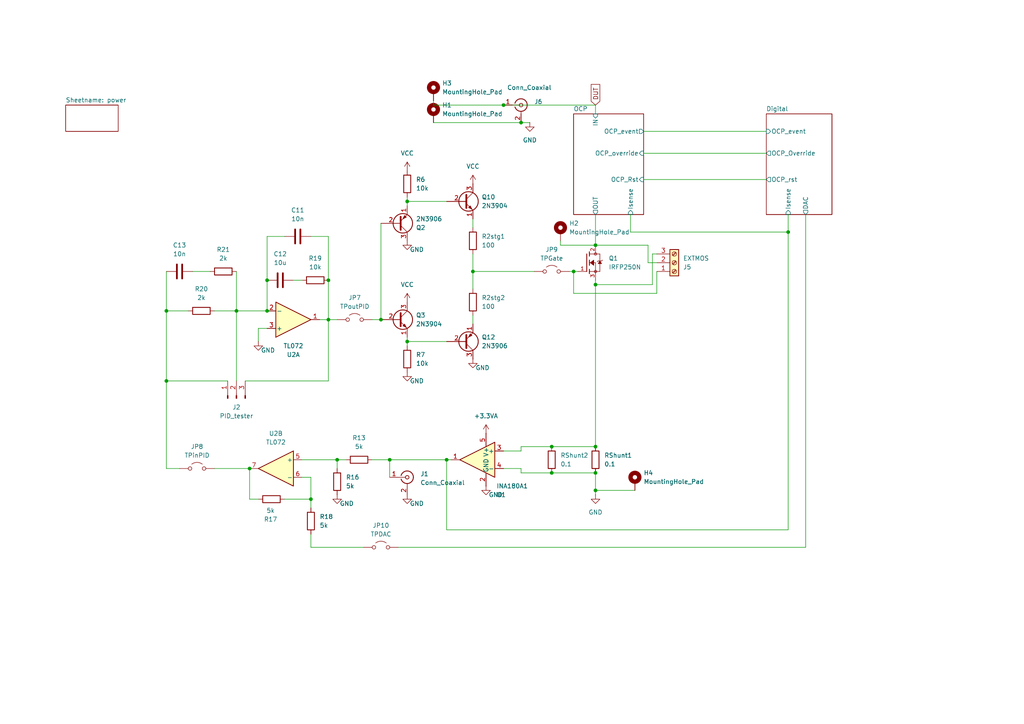
<source format=kicad_sch>
(kicad_sch (version 20231120) (generator "eeschema") (generator_version "8.0")
  (paper "A4")
  (lib_symbols
    (symbol "Amplifier_Current:INA180A1" (pin_names (offset 0.127))
      (property "Reference" "U" (at 3.81 3.81 0))
      (property "Value" "INA180A1" (at 3.81 -2.54 0))
      (symbol "INA180A1_0_1"
        (polyline (pts (xy 5.08 0) (xy -5.08 5.08) (xy -5.08 -5.08) (xy 5.08 0)) (stroke (width 0.254)) (fill (type background)))
      )
      (symbol "INA180A1_1_1"
        (pin output line (at 7.62 0 180) (length 2.54) (name "~") (number "1"))
        (pin power_in line (at -2.54 -7.62 90) (length 3.81) (name "GND") (number "2"))
        (pin input line (at -7.62 2.54 0) (length 2.54) (name "+") (number "3"))
        (pin input line (at -7.62 -2.54 0) (length 2.54) (name "-") (number "4"))
        (pin power_in line (at -2.54 7.62 270) (length 3.81) (name "V+") (number "5"))
      )
    )
    (symbol "Amplifier_Operational:TL072" (pin_names (offset 0.127))
      (property "Reference" "U" (at 0 5.08 0))
      (property "Value" "TL072" (at 0 -5.08 0))
      (symbol "TL072_1_1"
        (polyline (pts (xy -5.08 5.08) (xy 5.08 0) (xy -5.08 -5.08) (xy -5.08 5.08)) (stroke (width 0.254)) (fill (type background)))
        (pin output line (at 7.62 0 180) (length 2.54) (name "~") (number "1"))
        (pin input line (at -7.62 -2.54 0) (length 2.54) (name "-") (number "2"))
        (pin input line (at -7.62 2.54 0) (length 2.54) (name "+") (number "3"))
      )
      (symbol "TL072_2_1"
        (polyline (pts (xy -5.08 5.08) (xy 5.08 0) (xy -5.08 -5.08) (xy -5.08 5.08)) (stroke (width 0.254)) (fill (type background)))
        (pin input line (at -7.62 2.54 0) (length 2.54) (name "+") (number "5"))
        (pin input line (at -7.62 -2.54 0) (length 2.54) (name "-") (number "6"))
        (pin output line (at 7.62 0 180) (length 2.54) (name "~") (number "7"))
      )
      (symbol "TL072_3_1"
        (pin power_in line (at -2.54 -7.62 90) (length 3.81) (name "V-") (number "4"))
        (pin power_in line (at -2.54 7.62 270) (length 3.81) (name "V+") (number "8"))
      )
    )
    (symbol "Connector:Conn_01x03_Pin" (pin_names (offset 1.016) hide)
      (property "Reference" "J" (at 0 5.08 0))
      (property "Value" "Conn_01x03_Pin" (at 0 -5.08 0))
      (symbol "Conn_01x03_Pin_1_1"
        (polyline (pts (xy 1.27 -2.54) (xy 0.8636 -2.54)) (stroke (width 0.1524)))
        (polyline (pts (xy 1.27 0) (xy 0.8636 0)) (stroke (width 0.1524)))
        (polyline (pts (xy 1.27 2.54) (xy 0.8636 2.54)) (stroke (width 0.1524)))
        (rectangle (start 0.8636 -2.413) (end 0 -2.667) (stroke (width 0.1524)) (fill (type outline)))
        (rectangle (start 0.8636 0.127) (end 0 -0.127) (stroke (width 0.1524)) (fill (type outline)))
        (rectangle (start 0.8636 2.667) (end 0 2.413) (stroke (width 0.1524)) (fill (type outline)))
        (pin passive line (at 5.08 2.54 180) (length 3.81) (name "Pin_1") (number "1"))
        (pin passive line (at 5.08 0 180) (length 3.81) (name "Pin_2") (number "2"))
        (pin passive line (at 5.08 -2.54 180) (length 3.81) (name "Pin_3") (number "3"))
      )
    )
    (symbol "Connector:Conn_Coaxial" (pin_names (offset 1.016) hide)
      (property "Reference" "J" (at 0.254 3.048 0))
      (property "Value" "Conn_Coaxial" (at 2.921 0 90))
      (symbol "Conn_Coaxial_0_1"
        (arc (start -1.778 -0.508) (mid 0.2311 -1.8066) (end 1.778 0) (stroke (width 0.254)))
        (polyline (pts (xy -2.54 0) (xy -0.508 0)))
        (polyline (pts (xy 0 -2.54) (xy 0 -1.778)))
        (circle (center 0 0) (radius 0.508) (stroke (width 0.2032)))
        (arc (start 1.778 0) (mid 0.2099 1.8101) (end -1.778 0.508) (stroke (width 0.254)))
      )
      (symbol "Conn_Coaxial_1_1"
        (pin passive line (at -5.08 0 0) (length 2.54) (name "In") (number "1"))
        (pin passive line (at 0 -5.08 90) (length 2.54) (name "Ext") (number "2"))
      )
    )
    (symbol "Connector:Screw_Terminal_01x03" (pin_names (offset 1.016) hide)
      (property "Reference" "J" (at 0 5.08 0))
      (property "Value" "Screw_Terminal_01x03" (at 0 -5.08 0))
      (symbol "Screw_Terminal_01x03_1_1"
        (rectangle (start -1.27 3.81) (end 1.27 -3.81) (stroke (width 0.254)) (fill (type background)))
        (circle (center 0 -2.54) (radius 0.635) (stroke (width 0.1524)))
        (polyline (pts (xy -0.5334 -2.2098) (xy 0.3302 -3.048)) (stroke (width 0.1524)))
        (polyline (pts (xy -0.5334 0.3302) (xy 0.3302 -0.508)) (stroke (width 0.1524)))
        (polyline (pts (xy -0.5334 2.8702) (xy 0.3302 2.032)) (stroke (width 0.1524)))
        (polyline (pts (xy -0.3556 -2.032) (xy 0.508 -2.8702)) (stroke (width 0.1524)))
        (polyline (pts (xy -0.3556 0.508) (xy 0.508 -0.3302)) (stroke (width 0.1524)))
        (polyline (pts (xy -0.3556 3.048) (xy 0.508 2.2098)) (stroke (width 0.1524)))
        (circle (center 0 0) (radius 0.635) (stroke (width 0.1524)))
        (circle (center 0 2.54) (radius 0.635) (stroke (width 0.1524)))
        (pin passive line (at -5.08 2.54 0) (length 3.81) (name "Pin_1") (number "1"))
        (pin passive line (at -5.08 0 0) (length 3.81) (name "Pin_2") (number "2"))
        (pin passive line (at -5.08 -2.54 0) (length 3.81) (name "Pin_3") (number "3"))
      )
    )
    (symbol "Device:C" (pin_numbers hide) (pin_names (offset 0.254))
      (property "Reference" "C" (at 0.635 2.54 0))
      (property "Value" "C" (at 0.635 -2.54 0))
      (symbol "C_0_1"
        (polyline (pts (xy -2.032 -0.762) (xy 2.032 -0.762)) (stroke (width 0.508)))
        (polyline (pts (xy -2.032 0.762) (xy 2.032 0.762)) (stroke (width 0.508)))
      )
      (symbol "C_1_1"
        (pin passive line (at 0 3.81 270) (length 2.794) (name "~") (number "1"))
        (pin passive line (at 0 -3.81 90) (length 2.794) (name "~") (number "2"))
      )
    )
    (symbol "Device:R" (pin_numbers hide) (pin_names (offset 0))
      (property "Reference" "R" (at 2.032 0 90))
      (property "Value" "R" (at 0 0 90))
      (symbol "R_0_1"
        (rectangle (start -1.016 -2.54) (end 1.016 2.54) (stroke (width 0.254)))
      )
      (symbol "R_1_1"
        (pin passive line (at 0 3.81 270) (length 1.27) (name "~") (number "1"))
        (pin passive line (at 0 -3.81 90) (length 1.27) (name "~") (number "2"))
      )
    )
    (symbol "IRFP250N:IRFP250N" (pin_names (offset 1.016))
      (property "Reference" "Q" (at -8.89 2.54 0))
      (property "Value" "IRFP250N" (at -8.89 -7.62 0))
      (symbol "IRFP250N_0_0"
        (polyline (pts (xy 0 2.54) (xy 0 -2.54)) (stroke (width 0.254)))
        (polyline (pts (xy 0.762 -2.54) (xy 0.762 -3.175)) (stroke (width 0.254)))
        (polyline (pts (xy 0.762 -1.905) (xy 0.762 -2.54)) (stroke (width 0.254)))
        (polyline (pts (xy 0.762 0) (xy 0.762 -0.762)) (stroke (width 0.254)))
        (polyline (pts (xy 0.762 0) (xy 2.54 0)) (stroke (width 0.1524)))
        (polyline (pts (xy 0.762 0.762) (xy 0.762 0)) (stroke (width 0.254)))
        (polyline (pts (xy 0.762 2.54) (xy 0.762 1.905)) (stroke (width 0.254)))
        (polyline (pts (xy 0.762 2.54) (xy 3.81 2.54)) (stroke (width 0.1524)))
        (polyline (pts (xy 0.762 3.175) (xy 0.762 2.54)) (stroke (width 0.254)))
        (polyline (pts (xy 2.54 -2.54) (xy 0.762 -2.54)) (stroke (width 0.1524)))
        (polyline (pts (xy 2.54 -2.54) (xy 3.81 -2.54)) (stroke (width 0.1524)))
        (polyline (pts (xy 2.54 0) (xy 2.54 -2.54)) (stroke (width 0.1524)))
        (polyline (pts (xy 3.302 0.508) (xy 3.048 0.254)) (stroke (width 0.1524)))
        (polyline (pts (xy 3.81 0.508) (xy 3.302 0.508)) (stroke (width 0.1524)))
        (polyline (pts (xy 3.81 0.508) (xy 3.81 -2.54)) (stroke (width 0.1524)))
        (polyline (pts (xy 3.81 2.54) (xy 3.81 0.508)) (stroke (width 0.1524)))
        (polyline (pts (xy 4.318 0.508) (xy 3.81 0.508)) (stroke (width 0.1524)))
        (polyline (pts (xy 4.572 0.762) (xy 4.318 0.508)) (stroke (width 0.1524)))
        (polyline (pts (xy 1.016 0) (xy 2.032 0.762) (xy 2.032 -0.762) (xy 1.016 0)) (stroke (width 0.1524)) (fill (type outline)))
        (polyline (pts (xy 3.81 0.508) (xy 3.302 -0.254) (xy 4.318 -0.254) (xy 3.81 0.508)) (stroke (width 0.1524)) (fill (type outline)))
        (circle (center 2.54 -2.54) (radius 0.3592))
        (circle (center 2.54 2.54) (radius 0.3592))
        (pin passive line (at -2.54 -2.54 0) (length 2.54) (name "~") (number "1"))
        (pin passive line (at 2.54 5.08 270) (length 2.54) (name "~") (number "2"))
        (pin passive line (at 2.54 -5.08 90) (length 2.54) (name "~") (number "3"))
      )
    )
    (symbol "Jumper:Jumper_2_Open" (pin_numbers hide) (pin_names (offset 0) hide) (exclude_from_sim yes)
      (property "Reference" "JP" (at 0 2.794 0))
      (property "Value" "Jumper_2_Open" (at 0 -2.286 0))
      (symbol "Jumper_2_Open_0_0"
        (circle (center -2.032 0) (radius 0.508))
        (circle (center 2.032 0) (radius 0.508))
      )
      (symbol "Jumper_2_Open_0_1"
        (arc (start 1.524 1.27) (mid 0 1.778) (end -1.524 1.27))
      )
      (symbol "Jumper_2_Open_1_1"
        (pin passive line (at -5.08 0 0) (length 2.54) (name "A") (number "1"))
        (pin passive line (at 5.08 0 180) (length 2.54) (name "B") (number "2"))
      )
    )
    (symbol "Mechanical:MountingHole_Pad" (pin_numbers hide) (pin_names (offset 1.016) hide) (exclude_from_sim yes) (in_bom no)
      (property "Reference" "H" (at 0 6.35 0))
      (property "Value" "MountingHole_Pad" (at 0 4.445 0))
      (symbol "MountingHole_Pad_0_1"
        (circle (center 0 1.27) (radius 1.27) (stroke (width 1.27)))
      )
      (symbol "MountingHole_Pad_1_1"
        (pin input line (at 0 -2.54 90) (length 2.54) (name "1") (number "1"))
      )
    )
    (symbol "Transistor_BJT:2N3904" (pin_names (offset 0) hide)
      (property "Reference" "Q" (at 5.08 1.905 0))
      (property "Value" "2N3904" (at 5.08 0 0))
      (symbol "2N3904_0_1"
        (polyline (pts (xy 0.635 0.635) (xy 2.54 2.54)))
        (polyline (pts (xy 0.635 -0.635) (xy 2.54 -2.54) (xy 2.54 -2.54)))
        (polyline (pts (xy 0.635 1.905) (xy 0.635 -1.905) (xy 0.635 -1.905)) (stroke (width 0.508)))
        (polyline (pts (xy 1.27 -1.778) (xy 1.778 -1.27) (xy 2.286 -2.286) (xy 1.27 -1.778) (xy 1.27 -1.778)) (fill (type outline)))
        (circle (center 1.27 0) (radius 2.8194) (stroke (width 0.254)))
      )
      (symbol "2N3904_1_1"
        (pin passive line (at 2.54 -5.08 90) (length 2.54) (name "E") (number "1"))
        (pin passive line (at -5.08 0 0) (length 5.715) (name "B") (number "2"))
        (pin passive line (at 2.54 5.08 270) (length 2.54) (name "C") (number "3"))
      )
    )
    (symbol "Transistor_BJT:2N3906" (pin_names (offset 0) hide)
      (property "Reference" "Q" (at 5.08 1.905 0))
      (property "Value" "2N3906" (at 5.08 0 0))
      (symbol "2N3906_0_1"
        (polyline (pts (xy 0.635 0.635) (xy 2.54 2.54)))
        (polyline (pts (xy 0.635 -0.635) (xy 2.54 -2.54) (xy 2.54 -2.54)))
        (polyline (pts (xy 0.635 1.905) (xy 0.635 -1.905) (xy 0.635 -1.905)) (stroke (width 0.508)))
        (polyline (pts (xy 2.286 -1.778) (xy 1.778 -2.286) (xy 1.27 -1.27) (xy 2.286 -1.778) (xy 2.286 -1.778)) (fill (type outline)))
        (circle (center 1.27 0) (radius 2.8194) (stroke (width 0.254)))
      )
      (symbol "2N3906_1_1"
        (pin passive line (at 2.54 -5.08 90) (length 2.54) (name "E") (number "1"))
        (pin input line (at -5.08 0 0) (length 5.715) (name "B") (number "2"))
        (pin passive line (at 2.54 5.08 270) (length 2.54) (name "C") (number "3"))
      )
    )
    (symbol "power:+3.3VA" (power) (pin_numbers hide) (pin_names (offset 0) hide)
      (property "Value" "+3.3VA" (at 0 3.556 0))
      (symbol "+3.3VA_0_1"
        (polyline (pts (xy -0.762 1.27) (xy 0 2.54)))
        (polyline (pts (xy 0 0) (xy 0 2.54)))
        (polyline (pts (xy 0 2.54) (xy 0.762 1.27)))
      )
      (symbol "+3.3VA_1_1"
        (pin power_in line (at 0 0 90) (length 0) (name "~") (number "1"))
      )
    )
    (symbol "power:GND" (power) (pin_numbers hide) (pin_names (offset 0) hide)
      (property "Value" "GND" (at 0 -3.81 0))
      (symbol "GND_0_1"
        (polyline (pts (xy 0 0) (xy 0 -1.27) (xy 1.27 -1.27) (xy 0 -2.54) (xy -1.27 -1.27) (xy 0 -1.27)))
      )
      (symbol "GND_1_1"
        (pin power_in line (at 0 0 270) (length 0) (name "~") (number "1"))
      )
    )
    (symbol "power:VCC" (power) (pin_numbers hide) (pin_names (offset 0) hide)
      (property "Value" "VCC" (at 0 3.556 0))
      (symbol "VCC_0_1"
        (polyline (pts (xy -0.762 1.27) (xy 0 2.54)))
        (polyline (pts (xy 0 0) (xy 0 2.54)))
        (polyline (pts (xy 0 2.54) (xy 0.762 1.27)))
      )
      (symbol "VCC_1_1"
        (pin power_in line (at 0 0 90) (length 0) (name "~") (number "1"))
      )
    )
  )
  (junction (at 166.37 78.74))
  (junction (at 129.54 133.35))
  (junction (at 97.79 133.35))
  (junction (at 118.11 58.42))
  (junction (at 151.13 35.56))
  (junction (at 137.16 78.74))
  (junction (at 172.72 142.24))
  (junction (at 113.03 133.35))
  (junction (at 172.72 71.12))
  (junction (at 72.39 135.89))
  (junction (at 172.72 129.54))
  (junction (at 110.49 92.71))
  (junction (at 48.26 90.17))
  (junction (at 160.02 129.54))
  (junction (at 172.72 82.55))
  (junction (at 160.02 137.16))
  (junction (at 95.25 92.71))
  (junction (at 146.05 30.48))
  (junction (at 48.26 110.49))
  (junction (at 228.6 67.31))
  (junction (at 118.11 99.06))
  (junction (at 77.47 90.17))
  (junction (at 68.58 90.17))
  (junction (at 77.47 81.28))
  (junction (at 95.25 81.28))
  (junction (at 172.72 137.16))
  (junction (at 90.17 144.78))
  (wire (pts (xy 165.1 78.74) (xy 166.37 78.74)))
  (wire (pts (xy 172.72 142.24) (xy 172.72 143.51)))
  (wire (pts (xy 189.23 73.66) (xy 189.23 82.55)))
  (wire (pts (xy 118.11 99.06) (xy 118.11 100.33)))
  (wire (pts (xy 87.63 138.43) (xy 90.17 138.43)))
  (wire (pts (xy 48.26 90.17) (xy 54.61 90.17)))
  (wire (pts (xy 118.11 58.42) (xy 118.11 59.69)))
  (wire (pts (xy 85.09 81.28) (xy 87.63 81.28)))
  (wire (pts (xy 95.25 81.28) (xy 95.25 92.71)))
  (wire (pts (xy 233.68 62.23) (xy 233.68 158.75)))
  (wire (pts (xy 62.23 90.17) (xy 68.58 90.17)))
  (wire (pts (xy 137.16 78.74) (xy 137.16 83.82)))
  (wire (pts (xy 71.12 110.49) (xy 95.25 110.49)))
  (wire (pts (xy 90.17 68.58) (xy 95.25 68.58)))
  (wire (pts (xy 186.69 52.07) (xy 222.25 52.07)))
  (wire (pts (xy 118.11 57.15) (xy 118.11 58.42)))
  (wire (pts (xy 146.05 30.48) (xy 172.72 30.48)))
  (wire (pts (xy 151.13 35.56) (xy 153.67 35.56)))
  (wire (pts (xy 129.54 153.67) (xy 129.54 133.35)))
  (wire (pts (xy 74.93 95.25) (xy 74.93 99.06)))
  (wire (pts (xy 162.56 71.12) (xy 172.72 71.12)))
  (wire (pts (xy 107.95 133.35) (xy 113.03 133.35)))
  (wire (pts (xy 129.54 153.67) (xy 228.6 153.67)))
  (wire (pts (xy 151.13 129.54) (xy 160.02 129.54)))
  (wire (pts (xy 55.88 78.74) (xy 60.96 78.74)))
  (wire (pts (xy 166.37 78.74) (xy 167.64 78.74)))
  (wire (pts (xy 77.47 68.58) (xy 77.47 81.28)))
  (wire (pts (xy 182.88 62.23) (xy 182.88 67.31)))
  (wire (pts (xy 90.17 147.32) (xy 90.17 144.78)))
  (wire (pts (xy 90.17 144.78) (xy 90.17 138.43)))
  (wire (pts (xy 172.72 137.16) (xy 172.72 142.24)))
  (wire (pts (xy 72.39 135.89) (xy 72.39 144.78)))
  (wire (pts (xy 113.03 133.35) (xy 113.03 138.43)))
  (wire (pts (xy 107.95 92.71) (xy 110.49 92.71)))
  (wire (pts (xy 48.26 110.49) (xy 66.04 110.49)))
  (wire (pts (xy 87.63 133.35) (xy 97.79 133.35)))
  (wire (pts (xy 172.72 81.28) (xy 172.72 82.55)))
  (wire (pts (xy 228.6 62.23) (xy 228.6 67.31)))
  (wire (pts (xy 48.26 78.74) (xy 48.26 90.17)))
  (wire (pts (xy 162.56 71.12) (xy 162.56 69.85)))
  (wire (pts (xy 190.5 78.74) (xy 190.5 85.09)))
  (wire (pts (xy 189.23 82.55) (xy 172.72 82.55)))
  (wire (pts (xy 166.37 85.09) (xy 166.37 78.74)))
  (wire (pts (xy 62.23 135.89) (xy 72.39 135.89)))
  (wire (pts (xy 90.17 154.94) (xy 90.17 158.75)))
  (wire (pts (xy 92.71 92.71) (xy 95.25 92.71)))
  (wire (pts (xy 77.47 95.25) (xy 74.93 95.25)))
  (wire (pts (xy 118.11 99.06) (xy 129.54 99.06)))
  (wire (pts (xy 97.79 133.35) (xy 100.33 133.35)))
  (wire (pts (xy 48.26 135.89) (xy 52.07 135.89)))
  (wire (pts (xy 172.72 62.23) (xy 172.72 71.12)))
  (wire (pts (xy 182.88 67.31) (xy 228.6 67.31)))
  (wire (pts (xy 187.96 71.12) (xy 172.72 71.12)))
  (wire (pts (xy 146.05 130.81) (xy 151.13 130.81)))
  (wire (pts (xy 68.58 90.17) (xy 68.58 110.49)))
  (wire (pts (xy 95.25 68.58) (xy 95.25 81.28)))
  (wire (pts (xy 190.5 76.2) (xy 187.96 76.2)))
  (wire (pts (xy 186.69 38.1) (xy 222.25 38.1)))
  (wire (pts (xy 95.25 92.71) (xy 95.25 110.49)))
  (wire (pts (xy 228.6 67.31) (xy 228.6 153.67)))
  (wire (pts (xy 118.11 58.42) (xy 129.54 58.42)))
  (wire (pts (xy 137.16 66.04) (xy 137.16 63.5)))
  (wire (pts (xy 129.54 133.35) (xy 130.81 133.35)))
  (wire (pts (xy 184.15 142.24) (xy 172.72 142.24)))
  (wire (pts (xy 137.16 73.66) (xy 137.16 78.74)))
  (wire (pts (xy 172.72 30.48) (xy 172.72 33.02)))
  (wire (pts (xy 118.11 97.79) (xy 118.11 99.06)))
  (wire (pts (xy 146.05 135.89) (xy 151.13 135.89)))
  (wire (pts (xy 125.73 30.48) (xy 125.73 29.21)))
  (wire (pts (xy 90.17 158.75) (xy 105.41 158.75)))
  (wire (pts (xy 125.73 30.48) (xy 146.05 30.48)))
  (wire (pts (xy 82.55 144.78) (xy 90.17 144.78)))
  (wire (pts (xy 72.39 144.78) (xy 74.93 144.78)))
  (wire (pts (xy 82.55 68.58) (xy 77.47 68.58)))
  (wire (pts (xy 187.96 76.2) (xy 187.96 71.12)))
  (wire (pts (xy 137.16 91.44) (xy 137.16 93.98)))
  (wire (pts (xy 137.16 78.74) (xy 154.94 78.74)))
  (wire (pts (xy 151.13 137.16) (xy 160.02 137.16)))
  (wire (pts (xy 125.73 35.56) (xy 151.13 35.56)))
  (wire (pts (xy 95.25 92.71) (xy 97.79 92.71)))
  (wire (pts (xy 190.5 73.66) (xy 189.23 73.66)))
  (wire (pts (xy 97.79 133.35) (xy 97.79 135.89)))
  (wire (pts (xy 186.69 44.45) (xy 222.25 44.45)))
  (wire (pts (xy 166.37 85.09) (xy 190.5 85.09)))
  (wire (pts (xy 113.03 133.35) (xy 129.54 133.35)))
  (wire (pts (xy 172.72 82.55) (xy 172.72 129.54)))
  (wire (pts (xy 160.02 129.54) (xy 172.72 129.54)))
  (wire (pts (xy 151.13 130.81) (xy 151.13 129.54)))
  (wire (pts (xy 68.58 78.74) (xy 68.58 90.17)))
  (wire (pts (xy 110.49 64.77) (xy 110.49 92.71)))
  (wire (pts (xy 77.47 81.28) (xy 77.47 90.17)))
  (wire (pts (xy 151.13 135.89) (xy 151.13 137.16)))
  (wire (pts (xy 160.02 137.16) (xy 172.72 137.16)))
  (wire (pts (xy 115.57 158.75) (xy 233.68 158.75)))
  (wire (pts (xy 48.26 90.17) (xy 48.26 110.49)))
  (wire (pts (xy 48.26 110.49) (xy 48.26 135.89)))
  (wire (pts (xy 68.58 90.17) (xy 77.47 90.17)))
  (global_label "DUT" (shape input) (at 172.72 30.48 90) (property "Intersheetrefs" "${INTERSHEET_REFS}" (effects (hide yes))))
  (symbol (lib_id "Jumper:Jumper_2_Open") (at 110.49 158.75 0) (unit 1) (exclude_from_sim yes)
    (property "Reference" "JP10" (at 110.49 152.4 0))
    (property "Value" "TPDAC" (at 110.49 154.94 0))
    (property "Footprint" "Connector_PinSocket_2.54mm:PinSocket_1x02_P2.54mm_Vertical" (effects (hide yes)))
    (property "Description" "Jumper, 2-pole, open" (effects (hide yes)))
  )
  (symbol (lib_id "Device:R") (at 137.16 87.63 0) (unit 1)
    (property "Reference" "R2stg2" (at 139.7 86.3599 0) (effects (justify left)))
    (property "Value" "100" (at 139.7 88.8999 0) (effects (justify left)))
    (property "Footprint" "Resistor_SMD:R_2512_6332Metric_Pad1.40x3.35mm_HandSolder" (effects (hide yes)))
    (property "Description" "Resistor" (effects (hide yes)))
  )
  (symbol (lib_id "Mechanical:MountingHole_Pad") (at 125.73 33.02 0) (unit 1) (exclude_from_sim yes) (in_bom no)
    (property "Reference" "H1" (at 128.27 30.4799 0) (effects (justify left)))
    (property "Value" "MountingHole_Pad" (at 128.27 33.0199 0) (effects (justify left)))
    (property "Footprint" "MountingHole:MountingHole_3.7mm_Pad_Via" (effects (hide yes)))
    (property "Description" "Mounting Hole with connection" (effects (hide yes)))
  )
  (symbol (lib_id "Device:R") (at 172.72 133.35 0) (unit 1)
    (property "Reference" "RShunt1" (at 175.26 132.0799 0) (effects (justify left)))
    (property "Value" "0.1" (at 175.26 134.6199 0) (effects (justify left)))
    (property "Footprint" "Resistor_SMD:R_2512_6332Metric_Pad1.40x3.35mm_HandSolder" (effects (hide yes)))
    (property "Description" "Resistor" (effects (hide yes)))
  )
  (symbol (lib_id "power:GND") (at 140.97 140.97 0) (unit 1)
    (property "Reference" "#PWR079" (effects (hide yes)))
    (property "Value" "GND" (at 143.764 143.51 0))
    (property "Description" "Power symbol creates a global label with name \"GND\" , ground" (effects (hide yes)))
  )
  (symbol (lib_id "power:GND") (at 172.72 143.51 0) (unit 1)
    (property "Reference" "#PWR01" (effects (hide yes)))
    (property "Value" "GND" (at 172.72 148.59 0))
    (property "Description" "Power symbol creates a global label with name \"GND\" , ground" (effects (hide yes)))
  )
  (symbol (lib_id "Device:R") (at 137.16 69.85 0) (unit 1)
    (property "Reference" "R2stg1" (at 139.7 68.5799 0) (effects (justify left)))
    (property "Value" "100" (at 139.7 71.1199 0) (effects (justify left)))
    (property "Footprint" "Resistor_SMD:R_2512_6332Metric_Pad1.40x3.35mm_HandSolder" (effects (hide yes)))
    (property "Description" "Resistor" (effects (hide yes)))
  )
  (symbol (lib_id "power:VCC") (at 118.11 87.63 0) (unit 1)
    (property "Reference" "#PWR017" (effects (hide yes)))
    (property "Value" "VCC" (at 118.11 82.55 0))
    (property "Description" "Power symbol creates a global label with name \"VCC\"" (effects (hide yes)))
  )
  (symbol (lib_id "Device:C") (at 86.36 68.58 90) (unit 1)
    (property "Reference" "C11" (at 86.36 60.96 90))
    (property "Value" "10n" (at 86.36 63.5 90))
    (property "Footprint" "Capacitor_SMD:C_0805_2012Metric_Pad1.18x1.45mm_HandSolder" (effects (hide yes)))
    (property "Description" "Unpolarized capacitor" (effects (hide yes)))
  )
  (symbol (lib_id "power:GND") (at 118.11 107.95 0) (unit 1)
    (property "Reference" "#PWR019" (effects (hide yes)))
    (property "Value" "GND" (at 120.904 110.49 0))
    (property "Description" "Power symbol creates a global label with name \"GND\" , ground" (effects (hide yes)))
  )
  (symbol (lib_id "power:GND") (at 74.93 99.06 0) (unit 1)
    (property "Reference" "#PWR031" (effects (hide yes)))
    (property "Value" "GND" (at 77.724 101.6 0))
    (property "Description" "Power symbol creates a global label with name \"GND\" , ground" (effects (hide yes)))
  )
  (symbol (lib_id "Device:C") (at 52.07 78.74 90) (unit 1)
    (property "Reference" "C13" (at 52.07 71.12 90))
    (property "Value" "10n" (at 52.07 73.66 90))
    (property "Footprint" "Capacitor_SMD:C_0805_2012Metric_Pad1.18x1.45mm_HandSolder" (effects (hide yes)))
    (property "Description" "Unpolarized capacitor" (effects (hide yes)))
  )
  (symbol (lib_id "Amplifier_Operational:TL072") (at 85.09 92.71 0) (mirror x) (unit 1)
    (property "Reference" "U2" (at 85.09 102.87 0))
    (property "Value" "TL072" (at 85.09 100.33 0))
    (property "Footprint" "Package_DIP:DIP-8_W7.62mm_Socket" (effects (hide yes)))
    (property "Datasheet" "http://www.ti.com/lit/ds/symlink/tl071.pdf" (effects (hide yes)))
    (property "Description" "Dual Low-Noise JFET-Input Operational Amplifiers, DIP-8/SOIC-8" (effects (hide yes)))
  )
  (symbol (lib_id "Connector:Conn_Coaxial") (at 151.13 30.48 0) (unit 1)
    (property "Reference" "J6" (at 154.94 29.5031 0) (effects (justify left)))
    (property "Value" "Conn_Coaxial" (at 147.066 25.4 0) (effects (justify left)))
    (property "Footprint" "Connector_Coaxial:BNC_Amphenol_B6252HB-NPP3G-50_Horizontal" (effects (hide yes)))
    (property "Datasheet" " ~" (effects (hide yes)))
    (property "Description" "coaxial connector (BNC, SMA, SMB, SMC, Cinch/RCA, LEMO, ...)" (effects (hide yes)))
  )
  (symbol (lib_id "Device:R") (at 64.77 78.74 270) (unit 1)
    (property "Reference" "R21" (at 64.77 72.39 90))
    (property "Value" "2k" (at 64.77 74.93 90))
    (property "Footprint" "Resistor_SMD:R_0805_2012Metric_Pad1.20x1.40mm_HandSolder" (effects (hide yes)))
    (property "Description" "Resistor" (effects (hide yes)))
  )
  (symbol (lib_id "Jumper:Jumper_2_Open") (at 57.15 135.89 0) (unit 1) (exclude_from_sim yes)
    (property "Reference" "JP8" (at 57.15 129.54 0))
    (property "Value" "TPinPID" (at 57.15 132.08 0))
    (property "Footprint" "Connector_PinSocket_2.54mm:PinSocket_1x02_P2.54mm_Vertical" (effects (hide yes)))
    (property "Description" "Jumper, 2-pole, open" (effects (hide yes)))
  )
  (symbol (lib_id "Device:R") (at 58.42 90.17 90) (unit 1)
    (property "Reference" "R20" (at 58.42 83.82 90))
    (property "Value" "2k" (at 58.42 86.36 90))
    (property "Footprint" "Resistor_SMD:R_0805_2012Metric_Pad1.20x1.40mm_HandSolder" (effects (hide yes)))
    (property "Description" "Resistor" (effects (hide yes)))
  )
  (symbol (lib_id "Jumper:Jumper_2_Open") (at 160.02 78.74 0) (unit 1) (exclude_from_sim yes)
    (property "Reference" "JP9" (at 160.02 72.39 0))
    (property "Value" "TPGate" (at 160.02 74.93 0))
    (property "Footprint" "Connector_PinSocket_2.54mm:PinSocket_1x02_P2.54mm_Vertical" (effects (hide yes)))
    (property "Description" "Jumper, 2-pole, open" (effects (hide yes)))
  )
  (symbol (lib_id "Jumper:Jumper_2_Open") (at 102.87 92.71 0) (unit 1) (exclude_from_sim yes)
    (property "Reference" "JP7" (at 102.87 86.36 0))
    (property "Value" "TPoutPID" (at 102.87 88.9 0))
    (property "Footprint" "Connector_PinSocket_2.54mm:PinSocket_1x02_P2.54mm_Vertical" (effects (hide yes)))
    (property "Description" "Jumper, 2-pole, open" (effects (hide yes)))
  )
  (symbol (lib_id "Transistor_BJT:2N3906") (at 134.62 99.06 0) (mirror x) (unit 1)
    (property "Reference" "Q12" (at 139.7 97.7899 0) (effects (justify left)))
    (property "Value" "2N3906" (at 139.7 100.3299 0) (effects (justify left)))
    (property "Footprint" "Package_TO_SOT_THT:TO-92" (effects (hide yes)))
    (property "Datasheet" "https://www.onsemi.com/pub/Collateral/2N3906-D.PDF" (effects (hide yes)))
    (property "Description" "-0.2A Ic, -40V Vce, Small Signal PNP Transistor, TO-92" (effects (hide yes)))
  )
  (symbol (lib_id "Mechanical:MountingHole_Pad") (at 184.15 139.7 0) (unit 1) (exclude_from_sim yes) (in_bom no)
    (property "Reference" "H4" (at 186.69 137.1599 0) (effects (justify left)))
    (property "Value" "MountingHole_Pad" (at 186.69 139.6999 0) (effects (justify left)))
    (property "Footprint" "MountingHole:MountingHole_3.7mm_Pad_Via" (effects (hide yes)))
    (property "Description" "Mounting Hole with connection" (effects (hide yes)))
  )
  (symbol (lib_id "power:GND") (at 118.11 143.51 0) (unit 1)
    (property "Reference" "#PWR016" (effects (hide yes)))
    (property "Value" "GND" (at 120.904 146.05 0))
    (property "Description" "Power symbol creates a global label with name \"GND\" , ground" (effects (hide yes)))
  )
  (symbol (lib_id "Connector:Conn_Coaxial") (at 118.11 138.43 0) (unit 1)
    (property "Reference" "J1" (at 121.92 137.4531 0) (effects (justify left)))
    (property "Value" "Conn_Coaxial" (at 121.92 139.9931 0) (effects (justify left)))
    (property "Footprint" "Connector_Coaxial:BNC_Amphenol_B6252HB-NPP3G-50_Horizontal" (effects (hide yes)))
    (property "Datasheet" " ~" (effects (hide yes)))
    (property "Description" "coaxial connector (BNC, SMA, SMB, SMC, Cinch/RCA, LEMO, ...)" (effects (hide yes)))
  )
  (symbol (lib_id "power:GND") (at 97.79 143.51 0) (unit 1)
    (property "Reference" "#PWR030" (effects (hide yes)))
    (property "Value" "GND" (at 100.584 146.05 0))
    (property "Description" "Power symbol creates a global label with name \"GND\" , ground" (effects (hide yes)))
  )
  (symbol (lib_id "power:GND") (at 118.11 69.85 0) (unit 1)
    (property "Reference" "#PWR020" (effects (hide yes)))
    (property "Value" "GND" (at 120.904 72.39 0))
    (property "Description" "Power symbol creates a global label with name \"GND\" , ground" (effects (hide yes)))
  )
  (symbol (lib_id "Amplifier_Operational:TL072") (at 80.01 135.89 0) (mirror y) (unit 2)
    (property "Reference" "U2" (at 80.01 125.73 0))
    (property "Value" "TL072" (at 80.01 128.27 0))
    (property "Footprint" "Package_DIP:DIP-8_W7.62mm_Socket" (effects (hide yes)))
    (property "Datasheet" "http://www.ti.com/lit/ds/symlink/tl071.pdf" (effects (hide yes)))
    (property "Description" "Dual Low-Noise JFET-Input Operational Amplifiers, DIP-8/SOIC-8" (effects (hide yes)))
  )
  (symbol (lib_id "Device:R") (at 97.79 139.7 0) (unit 1)
    (property "Reference" "R16" (at 100.33 138.4299 0) (effects (justify left)))
    (property "Value" "5k" (at 100.33 140.9699 0) (effects (justify left)))
    (property "Footprint" "Resistor_SMD:R_0805_2012Metric_Pad1.20x1.40mm_HandSolder" (effects (hide yes)))
    (property "Description" "Resistor" (effects (hide yes)))
  )
  (symbol (lib_id "Transistor_BJT:2N3904") (at 134.62 58.42 0) (unit 1)
    (property "Reference" "Q10" (at 139.7 57.1499 0) (effects (justify left)))
    (property "Value" "2N3904" (at 139.7 59.6899 0) (effects (justify left)))
    (property "Footprint" "Package_TO_SOT_THT:TO-92" (effects (hide yes)))
    (property "Datasheet" "https://www.onsemi.com/pub/Collateral/2N3903-D.PDF" (effects (hide yes)))
    (property "Description" "0.2A Ic, 40V Vce, Small Signal NPN Transistor, TO-92" (effects (hide yes)))
  )
  (symbol (lib_id "IRFP250N:IRFP250N") (at 170.18 76.2 0) (unit 1)
    (property "Reference" "Q1" (at 176.53 74.9299 0) (effects (justify left)))
    (property "Value" "IRFP250N" (at 176.53 77.4699 0) (effects (justify left)))
    (property "Footprint" "Package_TO_SOT_THT:TO-247-3_Vertical" (effects (hide yes)))
    (property "MF" "Infineon Technologies" (effects (hide yes)))
    (property "MAXIMUM_PACKAGE_HEIGHT" "24.6mm" (effects (hide yes)))
    (property "Package" "TO-247 Infineon" (effects (hide yes)))
    (property "Price" "None" (effects (hide yes)))
    (property "Check_prices" "https://www.snapeda.com/parts/IRFP250N/Infineon+Technologies/view-part/?ref=eda" (effects (hide yes)))
    (property "STANDARD" "IPC-7351B" (effects (hide yes)))
    (property "SnapEDA_Link" "https://www.snapeda.com/parts/IRFP250N/Infineon+Technologies/view-part/?ref=snap" (effects (hide yes)))
    (property "MP" "IRFP250N" (effects (hide yes)))
    (property "Purchase-URL" "https://www.snapeda.com/api/url_track_click_mouser/?unipart_id=1361289&manufacturer=Infineon Technologies&part_name=IRFP250N&search_term=irfp250n" (effects (hide yes)))
    (property "Description_1" "\nTo-247ac/Pkg 75m-Ohms Power Mosfet n-Channel 200-Volts 30-Amps 214-Watts\n" (effects (hide yes)))
    (property "Availability" "In Stock" (effects (hide yes)))
    (property "MANUFACTURER" "Infineon" (effects (hide yes)))
  )
  (symbol (lib_id "Transistor_BJT:2N3906") (at 115.57 64.77 0) (mirror x) (unit 1)
    (property "Reference" "Q2" (at 120.65 66.0401 0) (effects (justify left)))
    (property "Value" "2N3906" (at 120.65 63.5001 0) (effects (justify left)))
    (property "Footprint" "Package_TO_SOT_SMD:SOT-23_Handsoldering" (effects (hide yes)))
    (property "Datasheet" "https://www.onsemi.com/pub/Collateral/2N3906-D.PDF" (effects (hide yes)))
    (property "Description" "-0.2A Ic, -40V Vce, Small Signal PNP Transistor, TO-92" (effects (hide yes)))
  )
  (symbol (lib_id "Device:R") (at 78.74 144.78 90) (unit 1)
    (property "Reference" "R17" (at 78.486 150.622 90))
    (property "Value" "5k" (at 78.486 148.082 90))
    (property "Footprint" "Resistor_SMD:R_0805_2012Metric_Pad1.20x1.40mm_HandSolder" (effects (hide yes)))
    (property "Description" "Resistor" (effects (hide yes)))
  )
  (symbol (lib_id "power:VCC") (at 137.16 53.34 0) (unit 1)
    (property "Reference" "#PWR021" (effects (hide yes)))
    (property "Value" "VCC" (at 137.16 48.26 0))
    (property "Description" "Power symbol creates a global label with name \"VCC\"" (effects (hide yes)))
  )
  (symbol (lib_id "Device:R") (at 91.44 81.28 90) (unit 1)
    (property "Reference" "R19" (at 91.44 74.93 90))
    (property "Value" "10k" (at 91.44 77.47 90))
    (property "Footprint" "Resistor_SMD:R_0805_2012Metric_Pad1.20x1.40mm_HandSolder" (effects (hide yes)))
    (property "Description" "Resistor" (effects (hide yes)))
  )
  (symbol (lib_id "Device:R") (at 118.11 104.14 0) (unit 1)
    (property "Reference" "R7" (at 120.65 102.8699 0) (effects (justify left)))
    (property "Value" "10k" (at 120.65 105.4099 0) (effects (justify left)))
    (property "Footprint" "Resistor_SMD:R_0805_2012Metric_Pad1.20x1.40mm_HandSolder" (effects (hide yes)))
    (property "Description" "Resistor" (effects (hide yes)))
  )
  (symbol (lib_id "Device:R") (at 90.17 151.13 0) (unit 1)
    (property "Reference" "R18" (at 92.71 149.8599 0) (effects (justify left)))
    (property "Value" "5k" (at 92.71 152.3999 0) (effects (justify left)))
    (property "Footprint" "Resistor_SMD:R_0805_2012Metric_Pad1.20x1.40mm_HandSolder" (effects (hide yes)))
    (property "Description" "Resistor" (effects (hide yes)))
  )
  (symbol (lib_id "power:GND") (at 137.16 104.14 0) (unit 1)
    (property "Reference" "#PWR022" (effects (hide yes)))
    (property "Value" "GND" (at 139.954 106.68 0))
    (property "Description" "Power symbol creates a global label with name \"GND\" , ground" (effects (hide yes)))
  )
  (symbol (lib_id "Connector:Screw_Terminal_01x03") (at 195.58 76.2 0) (mirror x) (unit 1)
    (property "Reference" "J5" (at 198.12 77.4701 0) (effects (justify left)))
    (property "Value" "EXTMOS" (at 198.12 74.9301 0) (effects (justify left)))
    (property "Footprint" "TerminalBlock_Phoenix:TerminalBlock_Phoenix_MKDS-1,5-3-5.08_1x03_P5.08mm_Horizontal" (effects (hide yes)))
    (property "Description" "Generic screw terminal, single row, 01x03, script generated (kicad-library-utils/schlib/autogen/connector/)" (effects (hide yes)))
  )
  (symbol (lib_id "Transistor_BJT:2N3904") (at 115.57 92.71 0) (unit 1)
    (property "Reference" "Q3" (at 120.65 91.4399 0) (effects (justify left)))
    (property "Value" "2N3904" (at 120.65 93.9799 0) (effects (justify left)))
    (property "Footprint" "Package_TO_SOT_SMD:SOT-23_Handsoldering" (effects (hide yes)))
    (property "Datasheet" "https://www.onsemi.com/pub/Collateral/2N3903-D.PDF" (effects (hide yes)))
    (property "Description" "0.2A Ic, 40V Vce, Small Signal NPN Transistor, TO-92" (effects (hide yes)))
  )
  (symbol (lib_id "Mechanical:MountingHole_Pad") (at 162.56 67.31 0) (unit 1) (exclude_from_sim yes) (in_bom no)
    (property "Reference" "H2" (at 165.1 64.7699 0) (effects (justify left)))
    (property "Value" "MountingHole_Pad" (at 165.1 67.3099 0) (effects (justify left)))
    (property "Footprint" "MountingHole:MountingHole_3.7mm_Pad_Via" (effects (hide yes)))
    (property "Description" "Mounting Hole with connection" (effects (hide yes)))
  )
  (symbol (lib_id "Mechanical:MountingHole_Pad") (at 125.73 26.67 0) (unit 1) (exclude_from_sim yes) (in_bom no)
    (property "Reference" "H3" (at 128.27 24.1299 0) (effects (justify left)))
    (property "Value" "MountingHole_Pad" (at 128.27 26.6699 0) (effects (justify left)))
    (property "Footprint" "MountingHole:MountingHole_3.7mm_Pad_Via" (effects (hide yes)))
    (property "Description" "Mounting Hole with connection" (effects (hide yes)))
  )
  (symbol (lib_id "Device:R") (at 118.11 53.34 0) (unit 1)
    (property "Reference" "R6" (at 120.65 52.0699 0) (effects (justify left)))
    (property "Value" "10k" (at 120.65 54.6099 0) (effects (justify left)))
    (property "Footprint" "Resistor_SMD:R_0805_2012Metric_Pad1.20x1.40mm_HandSolder" (effects (hide yes)))
    (property "Description" "Resistor" (effects (hide yes)))
  )
  (symbol (lib_id "Device:R") (at 160.02 133.35 0) (unit 1)
    (property "Reference" "RShunt2" (at 162.56 132.0799 0) (effects (justify left)))
    (property "Value" "0.1" (at 162.56 134.6199 0) (effects (justify left)))
    (property "Footprint" "Resistor_SMD:R_2512_6332Metric_Pad1.40x3.35mm_HandSolder" (effects (hide yes)))
    (property "Description" "Resistor" (effects (hide yes)))
  )
  (symbol (lib_id "power:VCC") (at 118.11 49.53 0) (unit 1)
    (property "Reference" "#PWR018" (effects (hide yes)))
    (property "Value" "VCC" (at 118.11 44.45 0))
    (property "Description" "Power symbol creates a global label with name \"VCC\"" (effects (hide yes)))
  )
  (symbol (lib_id "Amplifier_Current:INA180A1") (at 138.43 133.35 0) (mirror y) (unit 1)
    (property "Reference" "U1" (at 143.9865 143.51 0) (effects (justify right)))
    (property "Value" "INA180A1" (at 143.9865 140.97 0) (effects (justify right)))
    (property "Footprint" "Package_TO_SOT_SMD:SOT-23-5_HandSoldering" (effects (hide yes)))
    (property "Datasheet" "http://www.ti.com/lit/ds/symlink/ina180.pdf" (effects (hide yes)))
    (property "Description" "Current Sense Amplifier, 1 Circuit, Rail-to-Rail, 26V, Gain 20 V/V, SOT-23-5" (effects (hide yes)))
  )
  (symbol (lib_id "power:+3.3VA") (at 140.97 125.73 0) (unit 1)
    (property "Reference" "#PWR015" (effects (hide yes)))
    (property "Value" "+3.3VA" (at 140.97 120.65 0))
    (property "Description" "Power symbol creates a global label with name \"+3.3VA\"" (effects (hide yes)))
  )
  (symbol (lib_id "Device:C") (at 81.28 81.28 90) (unit 1)
    (property "Reference" "C12" (at 81.28 73.66 90))
    (property "Value" "10u" (at 81.28 76.2 90))
    (property "Footprint" "Capacitor_SMD:C_0805_2012Metric_Pad1.18x1.45mm_HandSolder" (effects (hide yes)))
    (property "Description" "Unpolarized capacitor" (effects (hide yes)))
  )
  (symbol (lib_id "power:GND") (at 153.67 35.56 0) (unit 1)
    (property "Reference" "#PWR043" (effects (hide yes)))
    (property "Value" "GND" (at 153.67 40.64 0))
    (property "Description" "Power symbol creates a global label with name \"GND\" , ground" (effects (hide yes)))
  )
  (symbol (lib_id "Connector:Conn_01x03_Pin") (at 68.58 115.57 90) (unit 1)
    (property "Reference" "J2" (at 68.58 118.11 90))
    (property "Value" "PID_tester" (at 68.58 120.65 90))
    (property "Footprint" "Connector_PinSocket_2.54mm:PinSocket_1x03_P2.54mm_Vertical" (effects (hide yes)))
    (property "Description" "Generic connector, single row, 01x03, script generated" (effects (hide yes)))
  )
  (symbol (lib_id "Device:R") (at 104.14 133.35 90) (unit 1)
    (property "Reference" "R13" (at 104.14 127 90))
    (property "Value" "5k" (at 104.14 129.54 90))
    (property "Footprint" "Resistor_SMD:R_0805_2012Metric_Pad1.20x1.40mm_HandSolder" (effects (hide yes)))
    (property "Description" "Resistor" (effects (hide yes)))
  )
  (sheet (at 222.25 33.02) (size 19.05 29.21) (stroke (width 0.1524))
    (property "Sheetname" "Digital" (at 222.25 32.3084 0) (effects (justify left bottom)))
    (property "Sheetfile" "Digital.kicad_sch" (effects (hide yes)))
    (pin "Isense" input (at 228.6 62.23 270))
    (pin "DAC" output (at 233.68 62.23 270))
    (pin "OCP_rst" output (at 222.25 52.07 180))
    (pin "OCP_event" input (at 222.25 38.1 180))
    (pin "OCP_Override" output (at 222.25 44.45 180))
  )
  (sheet (at 166.37 33.02) (size 20.32 29.21) (stroke (width 0.1524))
    (property "Sheetname" "OCP" (at 166.37 32.3084 0) (effects (justify left bottom)))
    (property "Sheetfile" "OCP.kicad_sch" (effects (hide yes)))
    (pin "OCP_event" output (at 186.69 38.1 0))
    (pin "IN" input (at 172.72 33.02 90))
    (pin "OUT" output (at 172.72 62.23 270))
    (pin "OCP_Rst" input (at 186.69 52.07 0))
    (pin "Isense" input (at 182.88 62.23 270))
    (pin "OCP_override" input (at 186.69 44.45 0))
  )
  (sheet (at 19.05 30.48) (size 15.24 7.62) (stroke (width 0.1524))
    (property "Sheetname" "power" (at 19.05 29.7684 0) (show_name yes) (effects (justify left bottom)))
    (property "Sheetfile" "power.kicad_sch" (effects (hide yes)))
  )
)
</source>
